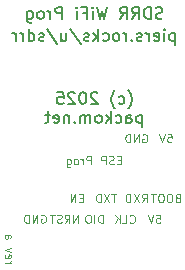
<source format=gbr>
%TF.GenerationSoftware,KiCad,Pcbnew,8.0.5*%
%TF.CreationDate,2025-07-05T11:02:35+01:00*%
%TF.ProjectId,sdrr wifi rev a,73647272-2077-4696-9669-207265762061,rev?*%
%TF.SameCoordinates,Original*%
%TF.FileFunction,Legend,Bot*%
%TF.FilePolarity,Positive*%
%FSLAX46Y46*%
G04 Gerber Fmt 4.6, Leading zero omitted, Abs format (unit mm)*
G04 Created by KiCad (PCBNEW 8.0.5) date 2025-07-05 11:02:35*
%MOMM*%
%LPD*%
G01*
G04 APERTURE LIST*
%ADD10C,0.100000*%
%ADD11C,0.150000*%
G04 APERTURE END LIST*
D10*
X60766266Y-67755633D02*
X60999599Y-67422300D01*
X61166266Y-67755633D02*
X61166266Y-67055633D01*
X61166266Y-67055633D02*
X60899599Y-67055633D01*
X60899599Y-67055633D02*
X60832933Y-67088966D01*
X60832933Y-67088966D02*
X60799599Y-67122300D01*
X60799599Y-67122300D02*
X60766266Y-67188966D01*
X60766266Y-67188966D02*
X60766266Y-67288966D01*
X60766266Y-67288966D02*
X60799599Y-67355633D01*
X60799599Y-67355633D02*
X60832933Y-67388966D01*
X60832933Y-67388966D02*
X60899599Y-67422300D01*
X60899599Y-67422300D02*
X61166266Y-67422300D01*
X60532933Y-67055633D02*
X60066266Y-67755633D01*
X60066266Y-67055633D02*
X60532933Y-67755633D01*
X59799599Y-67755633D02*
X59799599Y-67055633D01*
X59799599Y-67055633D02*
X59632932Y-67055633D01*
X59632932Y-67055633D02*
X59532932Y-67088966D01*
X59532932Y-67088966D02*
X59466266Y-67155633D01*
X59466266Y-67155633D02*
X59432932Y-67222300D01*
X59432932Y-67222300D02*
X59399599Y-67355633D01*
X59399599Y-67355633D02*
X59399599Y-67455633D01*
X59399599Y-67455633D02*
X59432932Y-67588966D01*
X59432932Y-67588966D02*
X59466266Y-67655633D01*
X59466266Y-67655633D02*
X59532932Y-67722300D01*
X59532932Y-67722300D02*
X59632932Y-67755633D01*
X59632932Y-67755633D02*
X59799599Y-67755633D01*
X55378999Y-69508233D02*
X55378999Y-68808233D01*
X55378999Y-68808233D02*
X54978999Y-69508233D01*
X54978999Y-69508233D02*
X54978999Y-68808233D01*
X54245666Y-69508233D02*
X54478999Y-69174900D01*
X54645666Y-69508233D02*
X54645666Y-68808233D01*
X54645666Y-68808233D02*
X54378999Y-68808233D01*
X54378999Y-68808233D02*
X54312333Y-68841566D01*
X54312333Y-68841566D02*
X54278999Y-68874900D01*
X54278999Y-68874900D02*
X54245666Y-68941566D01*
X54245666Y-68941566D02*
X54245666Y-69041566D01*
X54245666Y-69041566D02*
X54278999Y-69108233D01*
X54278999Y-69108233D02*
X54312333Y-69141566D01*
X54312333Y-69141566D02*
X54378999Y-69174900D01*
X54378999Y-69174900D02*
X54645666Y-69174900D01*
X53978999Y-69474900D02*
X53878999Y-69508233D01*
X53878999Y-69508233D02*
X53712333Y-69508233D01*
X53712333Y-69508233D02*
X53645666Y-69474900D01*
X53645666Y-69474900D02*
X53612333Y-69441566D01*
X53612333Y-69441566D02*
X53578999Y-69374900D01*
X53578999Y-69374900D02*
X53578999Y-69308233D01*
X53578999Y-69308233D02*
X53612333Y-69241566D01*
X53612333Y-69241566D02*
X53645666Y-69208233D01*
X53645666Y-69208233D02*
X53712333Y-69174900D01*
X53712333Y-69174900D02*
X53845666Y-69141566D01*
X53845666Y-69141566D02*
X53912333Y-69108233D01*
X53912333Y-69108233D02*
X53945666Y-69074900D01*
X53945666Y-69074900D02*
X53978999Y-69008233D01*
X53978999Y-69008233D02*
X53978999Y-68941566D01*
X53978999Y-68941566D02*
X53945666Y-68874900D01*
X53945666Y-68874900D02*
X53912333Y-68841566D01*
X53912333Y-68841566D02*
X53845666Y-68808233D01*
X53845666Y-68808233D02*
X53678999Y-68808233D01*
X53678999Y-68808233D02*
X53578999Y-68841566D01*
X53378999Y-68808233D02*
X52978999Y-68808233D01*
X53178999Y-69508233D02*
X53178999Y-68808233D01*
X57460266Y-69508233D02*
X57460266Y-68808233D01*
X57460266Y-68808233D02*
X57293599Y-68808233D01*
X57293599Y-68808233D02*
X57193599Y-68841566D01*
X57193599Y-68841566D02*
X57126933Y-68908233D01*
X57126933Y-68908233D02*
X57093599Y-68974900D01*
X57093599Y-68974900D02*
X57060266Y-69108233D01*
X57060266Y-69108233D02*
X57060266Y-69208233D01*
X57060266Y-69208233D02*
X57093599Y-69341566D01*
X57093599Y-69341566D02*
X57126933Y-69408233D01*
X57126933Y-69408233D02*
X57193599Y-69474900D01*
X57193599Y-69474900D02*
X57293599Y-69508233D01*
X57293599Y-69508233D02*
X57460266Y-69508233D01*
X56760266Y-69508233D02*
X56760266Y-68808233D01*
X56293600Y-68808233D02*
X56160266Y-68808233D01*
X56160266Y-68808233D02*
X56093600Y-68841566D01*
X56093600Y-68841566D02*
X56026933Y-68908233D01*
X56026933Y-68908233D02*
X55993600Y-69041566D01*
X55993600Y-69041566D02*
X55993600Y-69274900D01*
X55993600Y-69274900D02*
X56026933Y-69408233D01*
X56026933Y-69408233D02*
X56093600Y-69474900D01*
X56093600Y-69474900D02*
X56160266Y-69508233D01*
X56160266Y-69508233D02*
X56293600Y-69508233D01*
X56293600Y-69508233D02*
X56360266Y-69474900D01*
X56360266Y-69474900D02*
X56426933Y-69408233D01*
X56426933Y-69408233D02*
X56460266Y-69274900D01*
X56460266Y-69274900D02*
X56460266Y-69041566D01*
X56460266Y-69041566D02*
X56426933Y-68908233D01*
X56426933Y-68908233D02*
X56360266Y-68841566D01*
X56360266Y-68841566D02*
X56293600Y-68808233D01*
X59751066Y-69466966D02*
X59784399Y-69500300D01*
X59784399Y-69500300D02*
X59884399Y-69533633D01*
X59884399Y-69533633D02*
X59951066Y-69533633D01*
X59951066Y-69533633D02*
X60051066Y-69500300D01*
X60051066Y-69500300D02*
X60117733Y-69433633D01*
X60117733Y-69433633D02*
X60151066Y-69366966D01*
X60151066Y-69366966D02*
X60184399Y-69233633D01*
X60184399Y-69233633D02*
X60184399Y-69133633D01*
X60184399Y-69133633D02*
X60151066Y-69000300D01*
X60151066Y-69000300D02*
X60117733Y-68933633D01*
X60117733Y-68933633D02*
X60051066Y-68866966D01*
X60051066Y-68866966D02*
X59951066Y-68833633D01*
X59951066Y-68833633D02*
X59884399Y-68833633D01*
X59884399Y-68833633D02*
X59784399Y-68866966D01*
X59784399Y-68866966D02*
X59751066Y-68900300D01*
X59117733Y-69533633D02*
X59451066Y-69533633D01*
X59451066Y-69533633D02*
X59451066Y-68833633D01*
X58884399Y-69533633D02*
X58884399Y-68833633D01*
X58484399Y-69533633D02*
X58784399Y-69133633D01*
X58484399Y-68833633D02*
X58884399Y-69233633D01*
X59000344Y-64188566D02*
X58767011Y-64188566D01*
X58667011Y-64555233D02*
X59000344Y-64555233D01*
X59000344Y-64555233D02*
X59000344Y-63855233D01*
X59000344Y-63855233D02*
X58667011Y-63855233D01*
X58400344Y-64521900D02*
X58300344Y-64555233D01*
X58300344Y-64555233D02*
X58133678Y-64555233D01*
X58133678Y-64555233D02*
X58067011Y-64521900D01*
X58067011Y-64521900D02*
X58033678Y-64488566D01*
X58033678Y-64488566D02*
X58000344Y-64421900D01*
X58000344Y-64421900D02*
X58000344Y-64355233D01*
X58000344Y-64355233D02*
X58033678Y-64288566D01*
X58033678Y-64288566D02*
X58067011Y-64255233D01*
X58067011Y-64255233D02*
X58133678Y-64221900D01*
X58133678Y-64221900D02*
X58267011Y-64188566D01*
X58267011Y-64188566D02*
X58333678Y-64155233D01*
X58333678Y-64155233D02*
X58367011Y-64121900D01*
X58367011Y-64121900D02*
X58400344Y-64055233D01*
X58400344Y-64055233D02*
X58400344Y-63988566D01*
X58400344Y-63988566D02*
X58367011Y-63921900D01*
X58367011Y-63921900D02*
X58333678Y-63888566D01*
X58333678Y-63888566D02*
X58267011Y-63855233D01*
X58267011Y-63855233D02*
X58100344Y-63855233D01*
X58100344Y-63855233D02*
X58000344Y-63888566D01*
X57700344Y-64555233D02*
X57700344Y-63855233D01*
X57700344Y-63855233D02*
X57433677Y-63855233D01*
X57433677Y-63855233D02*
X57367011Y-63888566D01*
X57367011Y-63888566D02*
X57333677Y-63921900D01*
X57333677Y-63921900D02*
X57300344Y-63988566D01*
X57300344Y-63988566D02*
X57300344Y-64088566D01*
X57300344Y-64088566D02*
X57333677Y-64155233D01*
X57333677Y-64155233D02*
X57367011Y-64188566D01*
X57367011Y-64188566D02*
X57433677Y-64221900D01*
X57433677Y-64221900D02*
X57700344Y-64221900D01*
X56467011Y-64555233D02*
X56467011Y-63855233D01*
X56467011Y-63855233D02*
X56200344Y-63855233D01*
X56200344Y-63855233D02*
X56133678Y-63888566D01*
X56133678Y-63888566D02*
X56100344Y-63921900D01*
X56100344Y-63921900D02*
X56067011Y-63988566D01*
X56067011Y-63988566D02*
X56067011Y-64088566D01*
X56067011Y-64088566D02*
X56100344Y-64155233D01*
X56100344Y-64155233D02*
X56133678Y-64188566D01*
X56133678Y-64188566D02*
X56200344Y-64221900D01*
X56200344Y-64221900D02*
X56467011Y-64221900D01*
X55767011Y-64555233D02*
X55767011Y-64088566D01*
X55767011Y-64221900D02*
X55733678Y-64155233D01*
X55733678Y-64155233D02*
X55700344Y-64121900D01*
X55700344Y-64121900D02*
X55633678Y-64088566D01*
X55633678Y-64088566D02*
X55567011Y-64088566D01*
X55233678Y-64555233D02*
X55300345Y-64521900D01*
X55300345Y-64521900D02*
X55333678Y-64488566D01*
X55333678Y-64488566D02*
X55367011Y-64421900D01*
X55367011Y-64421900D02*
X55367011Y-64221900D01*
X55367011Y-64221900D02*
X55333678Y-64155233D01*
X55333678Y-64155233D02*
X55300345Y-64121900D01*
X55300345Y-64121900D02*
X55233678Y-64088566D01*
X55233678Y-64088566D02*
X55133678Y-64088566D01*
X55133678Y-64088566D02*
X55067011Y-64121900D01*
X55067011Y-64121900D02*
X55033678Y-64155233D01*
X55033678Y-64155233D02*
X55000345Y-64221900D01*
X55000345Y-64221900D02*
X55000345Y-64421900D01*
X55000345Y-64421900D02*
X55033678Y-64488566D01*
X55033678Y-64488566D02*
X55067011Y-64521900D01*
X55067011Y-64521900D02*
X55133678Y-64555233D01*
X55133678Y-64555233D02*
X55233678Y-64555233D01*
X54400345Y-64088566D02*
X54400345Y-64655233D01*
X54400345Y-64655233D02*
X54433678Y-64721900D01*
X54433678Y-64721900D02*
X54467012Y-64755233D01*
X54467012Y-64755233D02*
X54533678Y-64788566D01*
X54533678Y-64788566D02*
X54633678Y-64788566D01*
X54633678Y-64788566D02*
X54700345Y-64755233D01*
X54400345Y-64521900D02*
X54467012Y-64555233D01*
X54467012Y-64555233D02*
X54600345Y-64555233D01*
X54600345Y-64555233D02*
X54667012Y-64521900D01*
X54667012Y-64521900D02*
X54700345Y-64488566D01*
X54700345Y-64488566D02*
X54733678Y-64421900D01*
X54733678Y-64421900D02*
X54733678Y-64221900D01*
X54733678Y-64221900D02*
X54700345Y-64155233D01*
X54700345Y-64155233D02*
X54667012Y-64121900D01*
X54667012Y-64121900D02*
X54600345Y-64088566D01*
X54600345Y-64088566D02*
X54467012Y-64088566D01*
X54467012Y-64088566D02*
X54400345Y-64121900D01*
X60832932Y-62034366D02*
X60899599Y-62001033D01*
X60899599Y-62001033D02*
X60999599Y-62001033D01*
X60999599Y-62001033D02*
X61099599Y-62034366D01*
X61099599Y-62034366D02*
X61166266Y-62101033D01*
X61166266Y-62101033D02*
X61199599Y-62167700D01*
X61199599Y-62167700D02*
X61232932Y-62301033D01*
X61232932Y-62301033D02*
X61232932Y-62401033D01*
X61232932Y-62401033D02*
X61199599Y-62534366D01*
X61199599Y-62534366D02*
X61166266Y-62601033D01*
X61166266Y-62601033D02*
X61099599Y-62667700D01*
X61099599Y-62667700D02*
X60999599Y-62701033D01*
X60999599Y-62701033D02*
X60932932Y-62701033D01*
X60932932Y-62701033D02*
X60832932Y-62667700D01*
X60832932Y-62667700D02*
X60799599Y-62634366D01*
X60799599Y-62634366D02*
X60799599Y-62401033D01*
X60799599Y-62401033D02*
X60932932Y-62401033D01*
X60499599Y-62701033D02*
X60499599Y-62001033D01*
X60499599Y-62001033D02*
X60099599Y-62701033D01*
X60099599Y-62701033D02*
X60099599Y-62001033D01*
X59766266Y-62701033D02*
X59766266Y-62001033D01*
X59766266Y-62001033D02*
X59599599Y-62001033D01*
X59599599Y-62001033D02*
X59499599Y-62034366D01*
X59499599Y-62034366D02*
X59432933Y-62101033D01*
X59432933Y-62101033D02*
X59399599Y-62167700D01*
X59399599Y-62167700D02*
X59366266Y-62301033D01*
X59366266Y-62301033D02*
X59366266Y-62401033D01*
X59366266Y-62401033D02*
X59399599Y-62534366D01*
X59399599Y-62534366D02*
X59432933Y-62601033D01*
X59432933Y-62601033D02*
X59499599Y-62667700D01*
X59499599Y-62667700D02*
X59599599Y-62701033D01*
X59599599Y-62701033D02*
X59766266Y-62701033D01*
D11*
X62507094Y-52197800D02*
X62364237Y-52245419D01*
X62364237Y-52245419D02*
X62126142Y-52245419D01*
X62126142Y-52245419D02*
X62030904Y-52197800D01*
X62030904Y-52197800D02*
X61983285Y-52150180D01*
X61983285Y-52150180D02*
X61935666Y-52054942D01*
X61935666Y-52054942D02*
X61935666Y-51959704D01*
X61935666Y-51959704D02*
X61983285Y-51864466D01*
X61983285Y-51864466D02*
X62030904Y-51816847D01*
X62030904Y-51816847D02*
X62126142Y-51769228D01*
X62126142Y-51769228D02*
X62316618Y-51721609D01*
X62316618Y-51721609D02*
X62411856Y-51673990D01*
X62411856Y-51673990D02*
X62459475Y-51626371D01*
X62459475Y-51626371D02*
X62507094Y-51531133D01*
X62507094Y-51531133D02*
X62507094Y-51435895D01*
X62507094Y-51435895D02*
X62459475Y-51340657D01*
X62459475Y-51340657D02*
X62411856Y-51293038D01*
X62411856Y-51293038D02*
X62316618Y-51245419D01*
X62316618Y-51245419D02*
X62078523Y-51245419D01*
X62078523Y-51245419D02*
X61935666Y-51293038D01*
X61507094Y-52245419D02*
X61507094Y-51245419D01*
X61507094Y-51245419D02*
X61268999Y-51245419D01*
X61268999Y-51245419D02*
X61126142Y-51293038D01*
X61126142Y-51293038D02*
X61030904Y-51388276D01*
X61030904Y-51388276D02*
X60983285Y-51483514D01*
X60983285Y-51483514D02*
X60935666Y-51673990D01*
X60935666Y-51673990D02*
X60935666Y-51816847D01*
X60935666Y-51816847D02*
X60983285Y-52007323D01*
X60983285Y-52007323D02*
X61030904Y-52102561D01*
X61030904Y-52102561D02*
X61126142Y-52197800D01*
X61126142Y-52197800D02*
X61268999Y-52245419D01*
X61268999Y-52245419D02*
X61507094Y-52245419D01*
X59935666Y-52245419D02*
X60268999Y-51769228D01*
X60507094Y-52245419D02*
X60507094Y-51245419D01*
X60507094Y-51245419D02*
X60126142Y-51245419D01*
X60126142Y-51245419D02*
X60030904Y-51293038D01*
X60030904Y-51293038D02*
X59983285Y-51340657D01*
X59983285Y-51340657D02*
X59935666Y-51435895D01*
X59935666Y-51435895D02*
X59935666Y-51578752D01*
X59935666Y-51578752D02*
X59983285Y-51673990D01*
X59983285Y-51673990D02*
X60030904Y-51721609D01*
X60030904Y-51721609D02*
X60126142Y-51769228D01*
X60126142Y-51769228D02*
X60507094Y-51769228D01*
X58935666Y-52245419D02*
X59268999Y-51769228D01*
X59507094Y-52245419D02*
X59507094Y-51245419D01*
X59507094Y-51245419D02*
X59126142Y-51245419D01*
X59126142Y-51245419D02*
X59030904Y-51293038D01*
X59030904Y-51293038D02*
X58983285Y-51340657D01*
X58983285Y-51340657D02*
X58935666Y-51435895D01*
X58935666Y-51435895D02*
X58935666Y-51578752D01*
X58935666Y-51578752D02*
X58983285Y-51673990D01*
X58983285Y-51673990D02*
X59030904Y-51721609D01*
X59030904Y-51721609D02*
X59126142Y-51769228D01*
X59126142Y-51769228D02*
X59507094Y-51769228D01*
X57840427Y-51245419D02*
X57602332Y-52245419D01*
X57602332Y-52245419D02*
X57411856Y-51531133D01*
X57411856Y-51531133D02*
X57221380Y-52245419D01*
X57221380Y-52245419D02*
X56983285Y-51245419D01*
X56602332Y-52245419D02*
X56602332Y-51578752D01*
X56602332Y-51245419D02*
X56649951Y-51293038D01*
X56649951Y-51293038D02*
X56602332Y-51340657D01*
X56602332Y-51340657D02*
X56554713Y-51293038D01*
X56554713Y-51293038D02*
X56602332Y-51245419D01*
X56602332Y-51245419D02*
X56602332Y-51340657D01*
X55792809Y-51721609D02*
X56126142Y-51721609D01*
X56126142Y-52245419D02*
X56126142Y-51245419D01*
X56126142Y-51245419D02*
X55649952Y-51245419D01*
X55268999Y-52245419D02*
X55268999Y-51578752D01*
X55268999Y-51245419D02*
X55316618Y-51293038D01*
X55316618Y-51293038D02*
X55268999Y-51340657D01*
X55268999Y-51340657D02*
X55221380Y-51293038D01*
X55221380Y-51293038D02*
X55268999Y-51245419D01*
X55268999Y-51245419D02*
X55268999Y-51340657D01*
X54030904Y-52245419D02*
X54030904Y-51245419D01*
X54030904Y-51245419D02*
X53649952Y-51245419D01*
X53649952Y-51245419D02*
X53554714Y-51293038D01*
X53554714Y-51293038D02*
X53507095Y-51340657D01*
X53507095Y-51340657D02*
X53459476Y-51435895D01*
X53459476Y-51435895D02*
X53459476Y-51578752D01*
X53459476Y-51578752D02*
X53507095Y-51673990D01*
X53507095Y-51673990D02*
X53554714Y-51721609D01*
X53554714Y-51721609D02*
X53649952Y-51769228D01*
X53649952Y-51769228D02*
X54030904Y-51769228D01*
X53030904Y-52245419D02*
X53030904Y-51578752D01*
X53030904Y-51769228D02*
X52983285Y-51673990D01*
X52983285Y-51673990D02*
X52935666Y-51626371D01*
X52935666Y-51626371D02*
X52840428Y-51578752D01*
X52840428Y-51578752D02*
X52745190Y-51578752D01*
X52268999Y-52245419D02*
X52364237Y-52197800D01*
X52364237Y-52197800D02*
X52411856Y-52150180D01*
X52411856Y-52150180D02*
X52459475Y-52054942D01*
X52459475Y-52054942D02*
X52459475Y-51769228D01*
X52459475Y-51769228D02*
X52411856Y-51673990D01*
X52411856Y-51673990D02*
X52364237Y-51626371D01*
X52364237Y-51626371D02*
X52268999Y-51578752D01*
X52268999Y-51578752D02*
X52126142Y-51578752D01*
X52126142Y-51578752D02*
X52030904Y-51626371D01*
X52030904Y-51626371D02*
X51983285Y-51673990D01*
X51983285Y-51673990D02*
X51935666Y-51769228D01*
X51935666Y-51769228D02*
X51935666Y-52054942D01*
X51935666Y-52054942D02*
X51983285Y-52150180D01*
X51983285Y-52150180D02*
X52030904Y-52197800D01*
X52030904Y-52197800D02*
X52126142Y-52245419D01*
X52126142Y-52245419D02*
X52268999Y-52245419D01*
X51078523Y-51578752D02*
X51078523Y-52388276D01*
X51078523Y-52388276D02*
X51126142Y-52483514D01*
X51126142Y-52483514D02*
X51173761Y-52531133D01*
X51173761Y-52531133D02*
X51268999Y-52578752D01*
X51268999Y-52578752D02*
X51411856Y-52578752D01*
X51411856Y-52578752D02*
X51507094Y-52531133D01*
X51078523Y-52197800D02*
X51173761Y-52245419D01*
X51173761Y-52245419D02*
X51364237Y-52245419D01*
X51364237Y-52245419D02*
X51459475Y-52197800D01*
X51459475Y-52197800D02*
X51507094Y-52150180D01*
X51507094Y-52150180D02*
X51554713Y-52054942D01*
X51554713Y-52054942D02*
X51554713Y-51769228D01*
X51554713Y-51769228D02*
X51507094Y-51673990D01*
X51507094Y-51673990D02*
X51459475Y-51626371D01*
X51459475Y-51626371D02*
X51364237Y-51578752D01*
X51364237Y-51578752D02*
X51173761Y-51578752D01*
X51173761Y-51578752D02*
X51078523Y-51626371D01*
D10*
X63789599Y-67388966D02*
X63689599Y-67422300D01*
X63689599Y-67422300D02*
X63656265Y-67455633D01*
X63656265Y-67455633D02*
X63622932Y-67522300D01*
X63622932Y-67522300D02*
X63622932Y-67622300D01*
X63622932Y-67622300D02*
X63656265Y-67688966D01*
X63656265Y-67688966D02*
X63689599Y-67722300D01*
X63689599Y-67722300D02*
X63756265Y-67755633D01*
X63756265Y-67755633D02*
X64022932Y-67755633D01*
X64022932Y-67755633D02*
X64022932Y-67055633D01*
X64022932Y-67055633D02*
X63789599Y-67055633D01*
X63789599Y-67055633D02*
X63722932Y-67088966D01*
X63722932Y-67088966D02*
X63689599Y-67122300D01*
X63689599Y-67122300D02*
X63656265Y-67188966D01*
X63656265Y-67188966D02*
X63656265Y-67255633D01*
X63656265Y-67255633D02*
X63689599Y-67322300D01*
X63689599Y-67322300D02*
X63722932Y-67355633D01*
X63722932Y-67355633D02*
X63789599Y-67388966D01*
X63789599Y-67388966D02*
X64022932Y-67388966D01*
X63189599Y-67055633D02*
X63056265Y-67055633D01*
X63056265Y-67055633D02*
X62989599Y-67088966D01*
X62989599Y-67088966D02*
X62922932Y-67155633D01*
X62922932Y-67155633D02*
X62889599Y-67288966D01*
X62889599Y-67288966D02*
X62889599Y-67522300D01*
X62889599Y-67522300D02*
X62922932Y-67655633D01*
X62922932Y-67655633D02*
X62989599Y-67722300D01*
X62989599Y-67722300D02*
X63056265Y-67755633D01*
X63056265Y-67755633D02*
X63189599Y-67755633D01*
X63189599Y-67755633D02*
X63256265Y-67722300D01*
X63256265Y-67722300D02*
X63322932Y-67655633D01*
X63322932Y-67655633D02*
X63356265Y-67522300D01*
X63356265Y-67522300D02*
X63356265Y-67288966D01*
X63356265Y-67288966D02*
X63322932Y-67155633D01*
X63322932Y-67155633D02*
X63256265Y-67088966D01*
X63256265Y-67088966D02*
X63189599Y-67055633D01*
X62456266Y-67055633D02*
X62322932Y-67055633D01*
X62322932Y-67055633D02*
X62256266Y-67088966D01*
X62256266Y-67088966D02*
X62189599Y-67155633D01*
X62189599Y-67155633D02*
X62156266Y-67288966D01*
X62156266Y-67288966D02*
X62156266Y-67522300D01*
X62156266Y-67522300D02*
X62189599Y-67655633D01*
X62189599Y-67655633D02*
X62256266Y-67722300D01*
X62256266Y-67722300D02*
X62322932Y-67755633D01*
X62322932Y-67755633D02*
X62456266Y-67755633D01*
X62456266Y-67755633D02*
X62522932Y-67722300D01*
X62522932Y-67722300D02*
X62589599Y-67655633D01*
X62589599Y-67655633D02*
X62622932Y-67522300D01*
X62622932Y-67522300D02*
X62622932Y-67288966D01*
X62622932Y-67288966D02*
X62589599Y-67155633D01*
X62589599Y-67155633D02*
X62522932Y-67088966D01*
X62522932Y-67088966D02*
X62456266Y-67055633D01*
X61956266Y-67055633D02*
X61556266Y-67055633D01*
X61756266Y-67755633D02*
X61756266Y-67055633D01*
X61982333Y-68833633D02*
X62315666Y-68833633D01*
X62315666Y-68833633D02*
X62348999Y-69166966D01*
X62348999Y-69166966D02*
X62315666Y-69133633D01*
X62315666Y-69133633D02*
X62248999Y-69100300D01*
X62248999Y-69100300D02*
X62082333Y-69100300D01*
X62082333Y-69100300D02*
X62015666Y-69133633D01*
X62015666Y-69133633D02*
X61982333Y-69166966D01*
X61982333Y-69166966D02*
X61948999Y-69233633D01*
X61948999Y-69233633D02*
X61948999Y-69400300D01*
X61948999Y-69400300D02*
X61982333Y-69466966D01*
X61982333Y-69466966D02*
X62015666Y-69500300D01*
X62015666Y-69500300D02*
X62082333Y-69533633D01*
X62082333Y-69533633D02*
X62248999Y-69533633D01*
X62248999Y-69533633D02*
X62315666Y-69500300D01*
X62315666Y-69500300D02*
X62348999Y-69466966D01*
X61748999Y-68833633D02*
X61515666Y-69533633D01*
X61515666Y-69533633D02*
X61282332Y-68833633D01*
X55787066Y-67388966D02*
X55553733Y-67388966D01*
X55453733Y-67755633D02*
X55787066Y-67755633D01*
X55787066Y-67755633D02*
X55787066Y-67055633D01*
X55787066Y-67055633D02*
X55453733Y-67055633D01*
X55153733Y-67755633D02*
X55153733Y-67055633D01*
X55153733Y-67055633D02*
X54753733Y-67755633D01*
X54753733Y-67755633D02*
X54753733Y-67055633D01*
D11*
X59626143Y-59822399D02*
X59673762Y-59774780D01*
X59673762Y-59774780D02*
X59769000Y-59631923D01*
X59769000Y-59631923D02*
X59816619Y-59536685D01*
X59816619Y-59536685D02*
X59864238Y-59393828D01*
X59864238Y-59393828D02*
X59911857Y-59155732D01*
X59911857Y-59155732D02*
X59911857Y-58965256D01*
X59911857Y-58965256D02*
X59864238Y-58727161D01*
X59864238Y-58727161D02*
X59816619Y-58584304D01*
X59816619Y-58584304D02*
X59769000Y-58489066D01*
X59769000Y-58489066D02*
X59673762Y-58346208D01*
X59673762Y-58346208D02*
X59626143Y-58298589D01*
X58816619Y-59393828D02*
X58911857Y-59441447D01*
X58911857Y-59441447D02*
X59102333Y-59441447D01*
X59102333Y-59441447D02*
X59197571Y-59393828D01*
X59197571Y-59393828D02*
X59245190Y-59346208D01*
X59245190Y-59346208D02*
X59292809Y-59250970D01*
X59292809Y-59250970D02*
X59292809Y-58965256D01*
X59292809Y-58965256D02*
X59245190Y-58870018D01*
X59245190Y-58870018D02*
X59197571Y-58822399D01*
X59197571Y-58822399D02*
X59102333Y-58774780D01*
X59102333Y-58774780D02*
X58911857Y-58774780D01*
X58911857Y-58774780D02*
X58816619Y-58822399D01*
X58483285Y-59822399D02*
X58435666Y-59774780D01*
X58435666Y-59774780D02*
X58340428Y-59631923D01*
X58340428Y-59631923D02*
X58292809Y-59536685D01*
X58292809Y-59536685D02*
X58245190Y-59393828D01*
X58245190Y-59393828D02*
X58197571Y-59155732D01*
X58197571Y-59155732D02*
X58197571Y-58965256D01*
X58197571Y-58965256D02*
X58245190Y-58727161D01*
X58245190Y-58727161D02*
X58292809Y-58584304D01*
X58292809Y-58584304D02*
X58340428Y-58489066D01*
X58340428Y-58489066D02*
X58435666Y-58346208D01*
X58435666Y-58346208D02*
X58483285Y-58298589D01*
X57007094Y-58536685D02*
X56959475Y-58489066D01*
X56959475Y-58489066D02*
X56864237Y-58441447D01*
X56864237Y-58441447D02*
X56626142Y-58441447D01*
X56626142Y-58441447D02*
X56530904Y-58489066D01*
X56530904Y-58489066D02*
X56483285Y-58536685D01*
X56483285Y-58536685D02*
X56435666Y-58631923D01*
X56435666Y-58631923D02*
X56435666Y-58727161D01*
X56435666Y-58727161D02*
X56483285Y-58870018D01*
X56483285Y-58870018D02*
X57054713Y-59441447D01*
X57054713Y-59441447D02*
X56435666Y-59441447D01*
X55816618Y-58441447D02*
X55721380Y-58441447D01*
X55721380Y-58441447D02*
X55626142Y-58489066D01*
X55626142Y-58489066D02*
X55578523Y-58536685D01*
X55578523Y-58536685D02*
X55530904Y-58631923D01*
X55530904Y-58631923D02*
X55483285Y-58822399D01*
X55483285Y-58822399D02*
X55483285Y-59060494D01*
X55483285Y-59060494D02*
X55530904Y-59250970D01*
X55530904Y-59250970D02*
X55578523Y-59346208D01*
X55578523Y-59346208D02*
X55626142Y-59393828D01*
X55626142Y-59393828D02*
X55721380Y-59441447D01*
X55721380Y-59441447D02*
X55816618Y-59441447D01*
X55816618Y-59441447D02*
X55911856Y-59393828D01*
X55911856Y-59393828D02*
X55959475Y-59346208D01*
X55959475Y-59346208D02*
X56007094Y-59250970D01*
X56007094Y-59250970D02*
X56054713Y-59060494D01*
X56054713Y-59060494D02*
X56054713Y-58822399D01*
X56054713Y-58822399D02*
X56007094Y-58631923D01*
X56007094Y-58631923D02*
X55959475Y-58536685D01*
X55959475Y-58536685D02*
X55911856Y-58489066D01*
X55911856Y-58489066D02*
X55816618Y-58441447D01*
X55102332Y-58536685D02*
X55054713Y-58489066D01*
X55054713Y-58489066D02*
X54959475Y-58441447D01*
X54959475Y-58441447D02*
X54721380Y-58441447D01*
X54721380Y-58441447D02*
X54626142Y-58489066D01*
X54626142Y-58489066D02*
X54578523Y-58536685D01*
X54578523Y-58536685D02*
X54530904Y-58631923D01*
X54530904Y-58631923D02*
X54530904Y-58727161D01*
X54530904Y-58727161D02*
X54578523Y-58870018D01*
X54578523Y-58870018D02*
X55149951Y-59441447D01*
X55149951Y-59441447D02*
X54530904Y-59441447D01*
X53626142Y-58441447D02*
X54102332Y-58441447D01*
X54102332Y-58441447D02*
X54149951Y-58917637D01*
X54149951Y-58917637D02*
X54102332Y-58870018D01*
X54102332Y-58870018D02*
X54007094Y-58822399D01*
X54007094Y-58822399D02*
X53768999Y-58822399D01*
X53768999Y-58822399D02*
X53673761Y-58870018D01*
X53673761Y-58870018D02*
X53626142Y-58917637D01*
X53626142Y-58917637D02*
X53578523Y-59012875D01*
X53578523Y-59012875D02*
X53578523Y-59250970D01*
X53578523Y-59250970D02*
X53626142Y-59346208D01*
X53626142Y-59346208D02*
X53673761Y-59393828D01*
X53673761Y-59393828D02*
X53768999Y-59441447D01*
X53768999Y-59441447D02*
X54007094Y-59441447D01*
X54007094Y-59441447D02*
X54102332Y-59393828D01*
X54102332Y-59393828D02*
X54149951Y-59346208D01*
X60792809Y-60384724D02*
X60792809Y-61384724D01*
X60792809Y-60432343D02*
X60697571Y-60384724D01*
X60697571Y-60384724D02*
X60507095Y-60384724D01*
X60507095Y-60384724D02*
X60411857Y-60432343D01*
X60411857Y-60432343D02*
X60364238Y-60479962D01*
X60364238Y-60479962D02*
X60316619Y-60575200D01*
X60316619Y-60575200D02*
X60316619Y-60860914D01*
X60316619Y-60860914D02*
X60364238Y-60956152D01*
X60364238Y-60956152D02*
X60411857Y-61003772D01*
X60411857Y-61003772D02*
X60507095Y-61051391D01*
X60507095Y-61051391D02*
X60697571Y-61051391D01*
X60697571Y-61051391D02*
X60792809Y-61003772D01*
X59459476Y-61051391D02*
X59459476Y-60527581D01*
X59459476Y-60527581D02*
X59507095Y-60432343D01*
X59507095Y-60432343D02*
X59602333Y-60384724D01*
X59602333Y-60384724D02*
X59792809Y-60384724D01*
X59792809Y-60384724D02*
X59888047Y-60432343D01*
X59459476Y-61003772D02*
X59554714Y-61051391D01*
X59554714Y-61051391D02*
X59792809Y-61051391D01*
X59792809Y-61051391D02*
X59888047Y-61003772D01*
X59888047Y-61003772D02*
X59935666Y-60908533D01*
X59935666Y-60908533D02*
X59935666Y-60813295D01*
X59935666Y-60813295D02*
X59888047Y-60718057D01*
X59888047Y-60718057D02*
X59792809Y-60670438D01*
X59792809Y-60670438D02*
X59554714Y-60670438D01*
X59554714Y-60670438D02*
X59459476Y-60622819D01*
X58554714Y-61003772D02*
X58649952Y-61051391D01*
X58649952Y-61051391D02*
X58840428Y-61051391D01*
X58840428Y-61051391D02*
X58935666Y-61003772D01*
X58935666Y-61003772D02*
X58983285Y-60956152D01*
X58983285Y-60956152D02*
X59030904Y-60860914D01*
X59030904Y-60860914D02*
X59030904Y-60575200D01*
X59030904Y-60575200D02*
X58983285Y-60479962D01*
X58983285Y-60479962D02*
X58935666Y-60432343D01*
X58935666Y-60432343D02*
X58840428Y-60384724D01*
X58840428Y-60384724D02*
X58649952Y-60384724D01*
X58649952Y-60384724D02*
X58554714Y-60432343D01*
X58126142Y-61051391D02*
X58126142Y-60051391D01*
X58030904Y-60670438D02*
X57745190Y-61051391D01*
X57745190Y-60384724D02*
X58126142Y-60765676D01*
X57173761Y-61051391D02*
X57268999Y-61003772D01*
X57268999Y-61003772D02*
X57316618Y-60956152D01*
X57316618Y-60956152D02*
X57364237Y-60860914D01*
X57364237Y-60860914D02*
X57364237Y-60575200D01*
X57364237Y-60575200D02*
X57316618Y-60479962D01*
X57316618Y-60479962D02*
X57268999Y-60432343D01*
X57268999Y-60432343D02*
X57173761Y-60384724D01*
X57173761Y-60384724D02*
X57030904Y-60384724D01*
X57030904Y-60384724D02*
X56935666Y-60432343D01*
X56935666Y-60432343D02*
X56888047Y-60479962D01*
X56888047Y-60479962D02*
X56840428Y-60575200D01*
X56840428Y-60575200D02*
X56840428Y-60860914D01*
X56840428Y-60860914D02*
X56888047Y-60956152D01*
X56888047Y-60956152D02*
X56935666Y-61003772D01*
X56935666Y-61003772D02*
X57030904Y-61051391D01*
X57030904Y-61051391D02*
X57173761Y-61051391D01*
X56411856Y-61051391D02*
X56411856Y-60384724D01*
X56411856Y-60479962D02*
X56364237Y-60432343D01*
X56364237Y-60432343D02*
X56268999Y-60384724D01*
X56268999Y-60384724D02*
X56126142Y-60384724D01*
X56126142Y-60384724D02*
X56030904Y-60432343D01*
X56030904Y-60432343D02*
X55983285Y-60527581D01*
X55983285Y-60527581D02*
X55983285Y-61051391D01*
X55983285Y-60527581D02*
X55935666Y-60432343D01*
X55935666Y-60432343D02*
X55840428Y-60384724D01*
X55840428Y-60384724D02*
X55697571Y-60384724D01*
X55697571Y-60384724D02*
X55602332Y-60432343D01*
X55602332Y-60432343D02*
X55554713Y-60527581D01*
X55554713Y-60527581D02*
X55554713Y-61051391D01*
X55078523Y-60956152D02*
X55030904Y-61003772D01*
X55030904Y-61003772D02*
X55078523Y-61051391D01*
X55078523Y-61051391D02*
X55126142Y-61003772D01*
X55126142Y-61003772D02*
X55078523Y-60956152D01*
X55078523Y-60956152D02*
X55078523Y-61051391D01*
X54602333Y-60384724D02*
X54602333Y-61051391D01*
X54602333Y-60479962D02*
X54554714Y-60432343D01*
X54554714Y-60432343D02*
X54459476Y-60384724D01*
X54459476Y-60384724D02*
X54316619Y-60384724D01*
X54316619Y-60384724D02*
X54221381Y-60432343D01*
X54221381Y-60432343D02*
X54173762Y-60527581D01*
X54173762Y-60527581D02*
X54173762Y-61051391D01*
X53316619Y-61003772D02*
X53411857Y-61051391D01*
X53411857Y-61051391D02*
X53602333Y-61051391D01*
X53602333Y-61051391D02*
X53697571Y-61003772D01*
X53697571Y-61003772D02*
X53745190Y-60908533D01*
X53745190Y-60908533D02*
X53745190Y-60527581D01*
X53745190Y-60527581D02*
X53697571Y-60432343D01*
X53697571Y-60432343D02*
X53602333Y-60384724D01*
X53602333Y-60384724D02*
X53411857Y-60384724D01*
X53411857Y-60384724D02*
X53316619Y-60432343D01*
X53316619Y-60432343D02*
X53269000Y-60527581D01*
X53269000Y-60527581D02*
X53269000Y-60622819D01*
X53269000Y-60622819D02*
X53745190Y-60718057D01*
X52983285Y-60384724D02*
X52602333Y-60384724D01*
X52840428Y-60051391D02*
X52840428Y-60908533D01*
X52840428Y-60908533D02*
X52792809Y-61003772D01*
X52792809Y-61003772D02*
X52697571Y-61051391D01*
X52697571Y-61051391D02*
X52602333Y-61051391D01*
D10*
X58592133Y-67055633D02*
X58192133Y-67055633D01*
X58392133Y-67755633D02*
X58392133Y-67055633D01*
X58025467Y-67055633D02*
X57558800Y-67755633D01*
X57558800Y-67055633D02*
X58025467Y-67755633D01*
X57292133Y-67755633D02*
X57292133Y-67055633D01*
X57292133Y-67055633D02*
X57125466Y-67055633D01*
X57125466Y-67055633D02*
X57025466Y-67088966D01*
X57025466Y-67088966D02*
X56958800Y-67155633D01*
X56958800Y-67155633D02*
X56925466Y-67222300D01*
X56925466Y-67222300D02*
X56892133Y-67355633D01*
X56892133Y-67355633D02*
X56892133Y-67455633D01*
X56892133Y-67455633D02*
X56925466Y-67588966D01*
X56925466Y-67588966D02*
X56958800Y-67655633D01*
X56958800Y-67655633D02*
X57025466Y-67722300D01*
X57025466Y-67722300D02*
X57125466Y-67755633D01*
X57125466Y-67755633D02*
X57292133Y-67755633D01*
X49185966Y-72904199D02*
X49652633Y-72904199D01*
X49519300Y-72904199D02*
X49585966Y-72870866D01*
X49585966Y-72870866D02*
X49619300Y-72837532D01*
X49619300Y-72837532D02*
X49652633Y-72770866D01*
X49652633Y-72770866D02*
X49652633Y-72704199D01*
X49219300Y-72204199D02*
X49185966Y-72270866D01*
X49185966Y-72270866D02*
X49185966Y-72404199D01*
X49185966Y-72404199D02*
X49219300Y-72470866D01*
X49219300Y-72470866D02*
X49285966Y-72504199D01*
X49285966Y-72504199D02*
X49552633Y-72504199D01*
X49552633Y-72504199D02*
X49619300Y-72470866D01*
X49619300Y-72470866D02*
X49652633Y-72404199D01*
X49652633Y-72404199D02*
X49652633Y-72270866D01*
X49652633Y-72270866D02*
X49619300Y-72204199D01*
X49619300Y-72204199D02*
X49552633Y-72170866D01*
X49552633Y-72170866D02*
X49485966Y-72170866D01*
X49485966Y-72170866D02*
X49419300Y-72504199D01*
X49652633Y-71937533D02*
X49185966Y-71770866D01*
X49185966Y-71770866D02*
X49652633Y-71604199D01*
X49185966Y-70504200D02*
X49552633Y-70504200D01*
X49552633Y-70504200D02*
X49619300Y-70537533D01*
X49619300Y-70537533D02*
X49652633Y-70604200D01*
X49652633Y-70604200D02*
X49652633Y-70737533D01*
X49652633Y-70737533D02*
X49619300Y-70804200D01*
X49219300Y-70504200D02*
X49185966Y-70570867D01*
X49185966Y-70570867D02*
X49185966Y-70737533D01*
X49185966Y-70737533D02*
X49219300Y-70804200D01*
X49219300Y-70804200D02*
X49285966Y-70837533D01*
X49285966Y-70837533D02*
X49352633Y-70837533D01*
X49352633Y-70837533D02*
X49419300Y-70804200D01*
X49419300Y-70804200D02*
X49452633Y-70737533D01*
X49452633Y-70737533D02*
X49452633Y-70570867D01*
X49452633Y-70570867D02*
X49485966Y-70504200D01*
X62947533Y-61975633D02*
X63280866Y-61975633D01*
X63280866Y-61975633D02*
X63314199Y-62308966D01*
X63314199Y-62308966D02*
X63280866Y-62275633D01*
X63280866Y-62275633D02*
X63214199Y-62242300D01*
X63214199Y-62242300D02*
X63047533Y-62242300D01*
X63047533Y-62242300D02*
X62980866Y-62275633D01*
X62980866Y-62275633D02*
X62947533Y-62308966D01*
X62947533Y-62308966D02*
X62914199Y-62375633D01*
X62914199Y-62375633D02*
X62914199Y-62542300D01*
X62914199Y-62542300D02*
X62947533Y-62608966D01*
X62947533Y-62608966D02*
X62980866Y-62642300D01*
X62980866Y-62642300D02*
X63047533Y-62675633D01*
X63047533Y-62675633D02*
X63214199Y-62675633D01*
X63214199Y-62675633D02*
X63280866Y-62642300D01*
X63280866Y-62642300D02*
X63314199Y-62608966D01*
X62714199Y-61975633D02*
X62480866Y-62675633D01*
X62480866Y-62675633D02*
X62247532Y-61975633D01*
D11*
X63578524Y-53448352D02*
X63578524Y-54448352D01*
X63578524Y-53495971D02*
X63483286Y-53448352D01*
X63483286Y-53448352D02*
X63292810Y-53448352D01*
X63292810Y-53448352D02*
X63197572Y-53495971D01*
X63197572Y-53495971D02*
X63149953Y-53543590D01*
X63149953Y-53543590D02*
X63102334Y-53638828D01*
X63102334Y-53638828D02*
X63102334Y-53924542D01*
X63102334Y-53924542D02*
X63149953Y-54019780D01*
X63149953Y-54019780D02*
X63197572Y-54067400D01*
X63197572Y-54067400D02*
X63292810Y-54115019D01*
X63292810Y-54115019D02*
X63483286Y-54115019D01*
X63483286Y-54115019D02*
X63578524Y-54067400D01*
X62673762Y-54115019D02*
X62673762Y-53448352D01*
X62673762Y-53115019D02*
X62721381Y-53162638D01*
X62721381Y-53162638D02*
X62673762Y-53210257D01*
X62673762Y-53210257D02*
X62626143Y-53162638D01*
X62626143Y-53162638D02*
X62673762Y-53115019D01*
X62673762Y-53115019D02*
X62673762Y-53210257D01*
X61816620Y-54067400D02*
X61911858Y-54115019D01*
X61911858Y-54115019D02*
X62102334Y-54115019D01*
X62102334Y-54115019D02*
X62197572Y-54067400D01*
X62197572Y-54067400D02*
X62245191Y-53972161D01*
X62245191Y-53972161D02*
X62245191Y-53591209D01*
X62245191Y-53591209D02*
X62197572Y-53495971D01*
X62197572Y-53495971D02*
X62102334Y-53448352D01*
X62102334Y-53448352D02*
X61911858Y-53448352D01*
X61911858Y-53448352D02*
X61816620Y-53495971D01*
X61816620Y-53495971D02*
X61769001Y-53591209D01*
X61769001Y-53591209D02*
X61769001Y-53686447D01*
X61769001Y-53686447D02*
X62245191Y-53781685D01*
X61340429Y-54115019D02*
X61340429Y-53448352D01*
X61340429Y-53638828D02*
X61292810Y-53543590D01*
X61292810Y-53543590D02*
X61245191Y-53495971D01*
X61245191Y-53495971D02*
X61149953Y-53448352D01*
X61149953Y-53448352D02*
X61054715Y-53448352D01*
X60769000Y-54067400D02*
X60673762Y-54115019D01*
X60673762Y-54115019D02*
X60483286Y-54115019D01*
X60483286Y-54115019D02*
X60388048Y-54067400D01*
X60388048Y-54067400D02*
X60340429Y-53972161D01*
X60340429Y-53972161D02*
X60340429Y-53924542D01*
X60340429Y-53924542D02*
X60388048Y-53829304D01*
X60388048Y-53829304D02*
X60483286Y-53781685D01*
X60483286Y-53781685D02*
X60626143Y-53781685D01*
X60626143Y-53781685D02*
X60721381Y-53734066D01*
X60721381Y-53734066D02*
X60769000Y-53638828D01*
X60769000Y-53638828D02*
X60769000Y-53591209D01*
X60769000Y-53591209D02*
X60721381Y-53495971D01*
X60721381Y-53495971D02*
X60626143Y-53448352D01*
X60626143Y-53448352D02*
X60483286Y-53448352D01*
X60483286Y-53448352D02*
X60388048Y-53495971D01*
X59911857Y-54019780D02*
X59864238Y-54067400D01*
X59864238Y-54067400D02*
X59911857Y-54115019D01*
X59911857Y-54115019D02*
X59959476Y-54067400D01*
X59959476Y-54067400D02*
X59911857Y-54019780D01*
X59911857Y-54019780D02*
X59911857Y-54115019D01*
X59435667Y-54115019D02*
X59435667Y-53448352D01*
X59435667Y-53638828D02*
X59388048Y-53543590D01*
X59388048Y-53543590D02*
X59340429Y-53495971D01*
X59340429Y-53495971D02*
X59245191Y-53448352D01*
X59245191Y-53448352D02*
X59149953Y-53448352D01*
X58673762Y-54115019D02*
X58769000Y-54067400D01*
X58769000Y-54067400D02*
X58816619Y-54019780D01*
X58816619Y-54019780D02*
X58864238Y-53924542D01*
X58864238Y-53924542D02*
X58864238Y-53638828D01*
X58864238Y-53638828D02*
X58816619Y-53543590D01*
X58816619Y-53543590D02*
X58769000Y-53495971D01*
X58769000Y-53495971D02*
X58673762Y-53448352D01*
X58673762Y-53448352D02*
X58530905Y-53448352D01*
X58530905Y-53448352D02*
X58435667Y-53495971D01*
X58435667Y-53495971D02*
X58388048Y-53543590D01*
X58388048Y-53543590D02*
X58340429Y-53638828D01*
X58340429Y-53638828D02*
X58340429Y-53924542D01*
X58340429Y-53924542D02*
X58388048Y-54019780D01*
X58388048Y-54019780D02*
X58435667Y-54067400D01*
X58435667Y-54067400D02*
X58530905Y-54115019D01*
X58530905Y-54115019D02*
X58673762Y-54115019D01*
X57483286Y-54067400D02*
X57578524Y-54115019D01*
X57578524Y-54115019D02*
X57769000Y-54115019D01*
X57769000Y-54115019D02*
X57864238Y-54067400D01*
X57864238Y-54067400D02*
X57911857Y-54019780D01*
X57911857Y-54019780D02*
X57959476Y-53924542D01*
X57959476Y-53924542D02*
X57959476Y-53638828D01*
X57959476Y-53638828D02*
X57911857Y-53543590D01*
X57911857Y-53543590D02*
X57864238Y-53495971D01*
X57864238Y-53495971D02*
X57769000Y-53448352D01*
X57769000Y-53448352D02*
X57578524Y-53448352D01*
X57578524Y-53448352D02*
X57483286Y-53495971D01*
X57054714Y-54115019D02*
X57054714Y-53115019D01*
X56959476Y-53734066D02*
X56673762Y-54115019D01*
X56673762Y-53448352D02*
X57054714Y-53829304D01*
X56292809Y-54067400D02*
X56197571Y-54115019D01*
X56197571Y-54115019D02*
X56007095Y-54115019D01*
X56007095Y-54115019D02*
X55911857Y-54067400D01*
X55911857Y-54067400D02*
X55864238Y-53972161D01*
X55864238Y-53972161D02*
X55864238Y-53924542D01*
X55864238Y-53924542D02*
X55911857Y-53829304D01*
X55911857Y-53829304D02*
X56007095Y-53781685D01*
X56007095Y-53781685D02*
X56149952Y-53781685D01*
X56149952Y-53781685D02*
X56245190Y-53734066D01*
X56245190Y-53734066D02*
X56292809Y-53638828D01*
X56292809Y-53638828D02*
X56292809Y-53591209D01*
X56292809Y-53591209D02*
X56245190Y-53495971D01*
X56245190Y-53495971D02*
X56149952Y-53448352D01*
X56149952Y-53448352D02*
X56007095Y-53448352D01*
X56007095Y-53448352D02*
X55911857Y-53495971D01*
X54721381Y-53067400D02*
X55578523Y-54353114D01*
X53959476Y-53448352D02*
X53959476Y-54115019D01*
X54388047Y-53448352D02*
X54388047Y-53972161D01*
X54388047Y-53972161D02*
X54340428Y-54067400D01*
X54340428Y-54067400D02*
X54245190Y-54115019D01*
X54245190Y-54115019D02*
X54102333Y-54115019D01*
X54102333Y-54115019D02*
X54007095Y-54067400D01*
X54007095Y-54067400D02*
X53959476Y-54019780D01*
X52769000Y-53067400D02*
X53626142Y-54353114D01*
X52483285Y-54067400D02*
X52388047Y-54115019D01*
X52388047Y-54115019D02*
X52197571Y-54115019D01*
X52197571Y-54115019D02*
X52102333Y-54067400D01*
X52102333Y-54067400D02*
X52054714Y-53972161D01*
X52054714Y-53972161D02*
X52054714Y-53924542D01*
X52054714Y-53924542D02*
X52102333Y-53829304D01*
X52102333Y-53829304D02*
X52197571Y-53781685D01*
X52197571Y-53781685D02*
X52340428Y-53781685D01*
X52340428Y-53781685D02*
X52435666Y-53734066D01*
X52435666Y-53734066D02*
X52483285Y-53638828D01*
X52483285Y-53638828D02*
X52483285Y-53591209D01*
X52483285Y-53591209D02*
X52435666Y-53495971D01*
X52435666Y-53495971D02*
X52340428Y-53448352D01*
X52340428Y-53448352D02*
X52197571Y-53448352D01*
X52197571Y-53448352D02*
X52102333Y-53495971D01*
X51197571Y-54115019D02*
X51197571Y-53115019D01*
X51197571Y-54067400D02*
X51292809Y-54115019D01*
X51292809Y-54115019D02*
X51483285Y-54115019D01*
X51483285Y-54115019D02*
X51578523Y-54067400D01*
X51578523Y-54067400D02*
X51626142Y-54019780D01*
X51626142Y-54019780D02*
X51673761Y-53924542D01*
X51673761Y-53924542D02*
X51673761Y-53638828D01*
X51673761Y-53638828D02*
X51626142Y-53543590D01*
X51626142Y-53543590D02*
X51578523Y-53495971D01*
X51578523Y-53495971D02*
X51483285Y-53448352D01*
X51483285Y-53448352D02*
X51292809Y-53448352D01*
X51292809Y-53448352D02*
X51197571Y-53495971D01*
X50721380Y-54115019D02*
X50721380Y-53448352D01*
X50721380Y-53638828D02*
X50673761Y-53543590D01*
X50673761Y-53543590D02*
X50626142Y-53495971D01*
X50626142Y-53495971D02*
X50530904Y-53448352D01*
X50530904Y-53448352D02*
X50435666Y-53448352D01*
X50102332Y-54115019D02*
X50102332Y-53448352D01*
X50102332Y-53638828D02*
X50054713Y-53543590D01*
X50054713Y-53543590D02*
X50007094Y-53495971D01*
X50007094Y-53495971D02*
X49911856Y-53448352D01*
X49911856Y-53448352D02*
X49816618Y-53448352D01*
D10*
X52247732Y-68841566D02*
X52314399Y-68808233D01*
X52314399Y-68808233D02*
X52414399Y-68808233D01*
X52414399Y-68808233D02*
X52514399Y-68841566D01*
X52514399Y-68841566D02*
X52581066Y-68908233D01*
X52581066Y-68908233D02*
X52614399Y-68974900D01*
X52614399Y-68974900D02*
X52647732Y-69108233D01*
X52647732Y-69108233D02*
X52647732Y-69208233D01*
X52647732Y-69208233D02*
X52614399Y-69341566D01*
X52614399Y-69341566D02*
X52581066Y-69408233D01*
X52581066Y-69408233D02*
X52514399Y-69474900D01*
X52514399Y-69474900D02*
X52414399Y-69508233D01*
X52414399Y-69508233D02*
X52347732Y-69508233D01*
X52347732Y-69508233D02*
X52247732Y-69474900D01*
X52247732Y-69474900D02*
X52214399Y-69441566D01*
X52214399Y-69441566D02*
X52214399Y-69208233D01*
X52214399Y-69208233D02*
X52347732Y-69208233D01*
X51914399Y-69508233D02*
X51914399Y-68808233D01*
X51914399Y-68808233D02*
X51514399Y-69508233D01*
X51514399Y-69508233D02*
X51514399Y-68808233D01*
X51181066Y-69508233D02*
X51181066Y-68808233D01*
X51181066Y-68808233D02*
X51014399Y-68808233D01*
X51014399Y-68808233D02*
X50914399Y-68841566D01*
X50914399Y-68841566D02*
X50847733Y-68908233D01*
X50847733Y-68908233D02*
X50814399Y-68974900D01*
X50814399Y-68974900D02*
X50781066Y-69108233D01*
X50781066Y-69108233D02*
X50781066Y-69208233D01*
X50781066Y-69208233D02*
X50814399Y-69341566D01*
X50814399Y-69341566D02*
X50847733Y-69408233D01*
X50847733Y-69408233D02*
X50914399Y-69474900D01*
X50914399Y-69474900D02*
X51014399Y-69508233D01*
X51014399Y-69508233D02*
X51181066Y-69508233D01*
M02*

</source>
